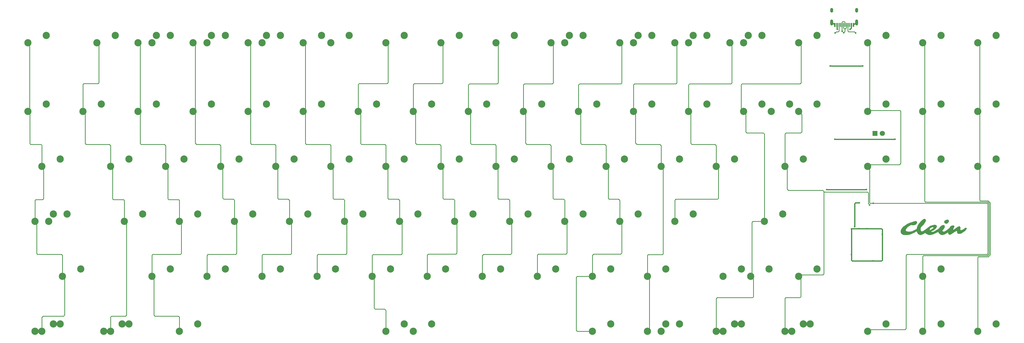
<source format=gbr>
%TF.GenerationSoftware,KiCad,Pcbnew,9.0.5*%
%TF.CreationDate,2025-11-02T19:53:54+09:00*%
%TF.ProjectId,Galatea_Old_Type_6u,47616c61-7465-4615-9f4f-6c645f547970,rev?*%
%TF.SameCoordinates,Original*%
%TF.FileFunction,Copper,L1,Top*%
%TF.FilePolarity,Positive*%
%FSLAX46Y46*%
G04 Gerber Fmt 4.6, Leading zero omitted, Abs format (unit mm)*
G04 Created by KiCad (PCBNEW 9.0.5) date 2025-11-02 19:53:54*
%MOMM*%
%LPD*%
G01*
G04 APERTURE LIST*
%TA.AperFunction,EtchedComponent*%
%ADD10C,0.000000*%
%TD*%
%TA.AperFunction,ComponentPad*%
%ADD11C,2.500000*%
%TD*%
%TA.AperFunction,SMDPad,CuDef*%
%ADD12R,0.600000X1.450000*%
%TD*%
%TA.AperFunction,SMDPad,CuDef*%
%ADD13R,0.300000X1.450000*%
%TD*%
%TA.AperFunction,ComponentPad*%
%ADD14O,1.000000X2.100000*%
%TD*%
%TA.AperFunction,ComponentPad*%
%ADD15O,1.000000X1.600000*%
%TD*%
%TA.AperFunction,ComponentPad*%
%ADD16R,1.800000X1.800000*%
%TD*%
%TA.AperFunction,ComponentPad*%
%ADD17C,1.800000*%
%TD*%
%TA.AperFunction,ViaPad*%
%ADD18C,0.600000*%
%TD*%
%TA.AperFunction,Conductor*%
%ADD19C,0.381000*%
%TD*%
%TA.AperFunction,Conductor*%
%ADD20C,0.254000*%
%TD*%
G04 APERTURE END LIST*
D10*
%TA.AperFunction,EtchedComponent*%
%TO.C,G\u002A\u002A\u002A*%
G36*
X362144111Y-150087421D02*
G01*
X362214138Y-150101272D01*
X362301148Y-150143587D01*
X362383616Y-150214874D01*
X362448991Y-150302176D01*
X362481111Y-150376889D01*
X362492850Y-150494632D01*
X362473060Y-150629062D01*
X362425720Y-150773167D01*
X362354805Y-150919934D01*
X362264295Y-151062349D01*
X362158165Y-151193400D01*
X362040393Y-151306074D01*
X361914956Y-151393357D01*
X361899973Y-151401581D01*
X361753188Y-151458500D01*
X361593302Y-151483903D01*
X361433939Y-151476755D01*
X361314014Y-151446177D01*
X361147015Y-151366100D01*
X361016105Y-151263418D01*
X360921411Y-151138285D01*
X360863065Y-150990856D01*
X360844586Y-150882028D01*
X360849477Y-150737824D01*
X360892902Y-150606863D01*
X360975639Y-150488077D01*
X361098468Y-150380400D01*
X361262165Y-150282763D01*
X361292218Y-150267994D01*
X361470745Y-150193264D01*
X361653777Y-150136290D01*
X361832735Y-150098624D01*
X361999039Y-150081817D01*
X362144111Y-150087421D01*
G37*
%TD.AperFunction*%
%TA.AperFunction,EtchedComponent*%
G36*
X354157530Y-149813892D02*
G01*
X354265724Y-149862035D01*
X354352894Y-149923552D01*
X354437265Y-150014958D01*
X354490394Y-150112661D01*
X354513757Y-150223672D01*
X354508829Y-150355007D01*
X354477084Y-150513677D01*
X354477047Y-150513820D01*
X354406126Y-150728603D01*
X354299952Y-150959483D01*
X354160852Y-151202306D01*
X353991153Y-151452917D01*
X353842956Y-151646271D01*
X353767005Y-151735656D01*
X353669688Y-151842769D01*
X353557659Y-151960962D01*
X353437571Y-152083590D01*
X353316077Y-152204005D01*
X353199831Y-152315561D01*
X353095485Y-152411611D01*
X353009693Y-152485509D01*
X352977638Y-152510725D01*
X352893092Y-152590740D01*
X352829640Y-152692883D01*
X352821593Y-152710084D01*
X352767283Y-152856479D01*
X352725929Y-153022140D01*
X352698345Y-153197098D01*
X352685347Y-153371383D01*
X352687748Y-153535027D01*
X352706365Y-153678058D01*
X352734666Y-153773860D01*
X352806122Y-153912672D01*
X352893532Y-154025232D01*
X352990867Y-154104079D01*
X353010128Y-154114707D01*
X353089375Y-154143767D01*
X353176174Y-154151722D01*
X353274438Y-154137242D01*
X353388085Y-154098997D01*
X353521030Y-154035656D01*
X353677188Y-153945889D01*
X353860477Y-153828367D01*
X353868230Y-153823202D01*
X354001872Y-153731222D01*
X354157267Y-153619624D01*
X354256034Y-153546568D01*
X355864138Y-153546568D01*
X355865663Y-153623109D01*
X355869677Y-153681517D01*
X355875338Y-153709974D01*
X355875823Y-153710589D01*
X355899262Y-153706024D01*
X355954266Y-153682157D01*
X356035810Y-153641670D01*
X356138865Y-153587245D01*
X356258405Y-153521564D01*
X356389402Y-153447310D01*
X356526829Y-153367165D01*
X356589990Y-153329556D01*
X356760316Y-153225552D01*
X356894915Y-153138004D01*
X356996019Y-153063834D01*
X357065858Y-152999963D01*
X357106665Y-152943312D01*
X357120668Y-152890802D01*
X357110100Y-152839355D01*
X357077190Y-152785890D01*
X357025428Y-152728586D01*
X356983753Y-152689056D01*
X356949163Y-152667859D01*
X356906914Y-152660687D01*
X356842259Y-152663230D01*
X356810298Y-152665723D01*
X356661448Y-152695413D01*
X356503677Y-152757641D01*
X356345972Y-152846194D01*
X356197318Y-152954856D01*
X356066702Y-153077414D01*
X355963110Y-153207654D01*
X355920574Y-153280980D01*
X355886943Y-153359757D01*
X355869624Y-153436325D01*
X355864200Y-153531479D01*
X355864138Y-153546568D01*
X354256034Y-153546568D01*
X354325072Y-153495502D01*
X354495942Y-153365951D01*
X354660533Y-153238065D01*
X354809503Y-153118939D01*
X354933507Y-153015668D01*
X354946323Y-153004629D01*
X355269754Y-152749126D01*
X355619066Y-152518244D01*
X355987361Y-152315436D01*
X356367739Y-152144154D01*
X356753299Y-152007852D01*
X357131323Y-151911171D01*
X357328108Y-151880829D01*
X357520976Y-151869908D01*
X357700950Y-151878066D01*
X357859050Y-151904958D01*
X357971857Y-151943344D01*
X358094609Y-152015284D01*
X358198087Y-152106957D01*
X358273164Y-152209330D01*
X358299088Y-152267058D01*
X358329710Y-152415747D01*
X358320655Y-152568467D01*
X358271603Y-152725671D01*
X358182232Y-152887811D01*
X358052221Y-153055340D01*
X357881251Y-153228710D01*
X357669000Y-153408374D01*
X357415148Y-153594783D01*
X357304894Y-153669347D01*
X357145885Y-153768944D01*
X356963883Y-153873568D01*
X356772657Y-153975894D01*
X356585974Y-154068596D01*
X356417603Y-154144349D01*
X356393345Y-154154381D01*
X356331600Y-154182768D01*
X356291697Y-154207423D01*
X356282369Y-154221545D01*
X356306768Y-154235864D01*
X356361121Y-154257432D01*
X356434301Y-154281890D01*
X356444372Y-154284980D01*
X356572360Y-154313623D01*
X356705438Y-154321674D01*
X356848346Y-154308065D01*
X357005822Y-154271726D01*
X357182607Y-154211587D01*
X357383440Y-154126580D01*
X357592747Y-154025878D01*
X357978456Y-153818051D01*
X358346260Y-153592220D01*
X358559265Y-153446710D01*
X358706897Y-153339464D01*
X358824548Y-153248788D01*
X358918532Y-153168780D01*
X358995163Y-153093537D01*
X359060755Y-153017158D01*
X359121623Y-152933739D01*
X359144217Y-152899898D01*
X359239818Y-152769211D01*
X359359624Y-152628691D01*
X359493564Y-152488567D01*
X359631566Y-152359068D01*
X359763557Y-152250422D01*
X359830656Y-152202790D01*
X359927206Y-152143586D01*
X360035150Y-152084191D01*
X360132501Y-152036648D01*
X360140152Y-152033292D01*
X360210734Y-152004131D01*
X360269785Y-151985032D01*
X360329982Y-151973884D01*
X360404005Y-151968575D01*
X360504531Y-151966994D01*
X360538592Y-151966931D01*
X360650291Y-151967937D01*
X360729790Y-151972050D01*
X360787546Y-151980746D01*
X360834018Y-151995500D01*
X360872750Y-152014062D01*
X360959540Y-152070676D01*
X361015723Y-152136861D01*
X361048678Y-152224171D01*
X361062704Y-152311534D01*
X361065433Y-152457175D01*
X361041385Y-152607109D01*
X360988823Y-152766176D01*
X360906012Y-152939216D01*
X360791217Y-153131070D01*
X360742576Y-153204422D01*
X360611535Y-153390374D01*
X360486929Y-153550575D01*
X360358103Y-153698394D01*
X360298239Y-153762019D01*
X360244038Y-153819497D01*
X360215070Y-153856824D01*
X360206952Y-153884590D01*
X360215298Y-153913387D01*
X360226386Y-153935569D01*
X360292597Y-154023352D01*
X360395091Y-154105552D01*
X360513918Y-154170822D01*
X360591873Y-154202095D01*
X360656457Y-154213787D01*
X360730017Y-154209694D01*
X360737181Y-154208769D01*
X360848545Y-154187117D01*
X360967500Y-154149801D01*
X361096980Y-154095082D01*
X361239920Y-154021220D01*
X361399255Y-153926478D01*
X361577920Y-153809116D01*
X361778850Y-153667397D01*
X362004979Y-153499580D01*
X362242631Y-153316880D01*
X362363240Y-153222284D01*
X362455342Y-153147932D01*
X362524540Y-153088403D01*
X362576440Y-153038276D01*
X362616646Y-152992131D01*
X362650762Y-152944547D01*
X362684394Y-152890103D01*
X362685094Y-152888918D01*
X362835708Y-152666370D01*
X363004965Y-152475888D01*
X363189918Y-152319846D01*
X363387621Y-152200622D01*
X363595127Y-152120590D01*
X363657625Y-152104849D01*
X363766854Y-152089258D01*
X363890151Y-152085272D01*
X364014062Y-152092061D01*
X364125137Y-152108794D01*
X364209921Y-152134641D01*
X364220188Y-152139588D01*
X364290588Y-152186085D01*
X364339825Y-152243699D01*
X364367473Y-152315464D01*
X364373104Y-152404416D01*
X364356293Y-152513591D01*
X364316612Y-152646026D01*
X364253634Y-152804755D01*
X364166933Y-152992815D01*
X364074162Y-153178196D01*
X364011542Y-153304359D01*
X363970817Y-153398813D01*
X363951402Y-153466143D01*
X363952713Y-153510930D01*
X363974165Y-153537758D01*
X364015175Y-153551210D01*
X364026396Y-153552786D01*
X364052141Y-153553862D01*
X364080032Y-153549140D01*
X364114238Y-153536026D01*
X364158924Y-153511927D01*
X364218256Y-153474248D01*
X364296403Y-153420395D01*
X364397530Y-153347775D01*
X364525804Y-153253792D01*
X364628622Y-153177869D01*
X364862058Y-153007252D01*
X365066665Y-152862365D01*
X365245954Y-152741071D01*
X365403438Y-152641233D01*
X365542625Y-152560716D01*
X365667029Y-152497383D01*
X365780159Y-152449097D01*
X365883264Y-152414377D01*
X366015151Y-152392054D01*
X366134245Y-152407302D01*
X366244674Y-152461642D01*
X366350569Y-152556597D01*
X366387813Y-152600314D01*
X366434835Y-152662931D01*
X366467694Y-152720674D01*
X366487813Y-152782122D01*
X366496611Y-152855855D01*
X366495511Y-152950452D01*
X366485933Y-153074491D01*
X366478602Y-153148366D01*
X366463322Y-153328504D01*
X366459525Y-153470957D01*
X366468352Y-153579459D01*
X366490944Y-153657742D01*
X366528443Y-153709539D01*
X366581991Y-153738582D01*
X366652727Y-153748606D01*
X366662149Y-153748708D01*
X366813598Y-153730332D01*
X366985388Y-153675572D01*
X367176458Y-153584983D01*
X367385748Y-153459120D01*
X367612198Y-153298535D01*
X367785062Y-153161899D01*
X367951489Y-153039014D01*
X368109889Y-152949679D01*
X368257334Y-152894988D01*
X368390898Y-152876034D01*
X368504693Y-152892919D01*
X368574800Y-152935639D01*
X368616302Y-153004859D01*
X368629793Y-153095936D01*
X368615864Y-153204226D01*
X368575109Y-153325086D01*
X368508119Y-153453873D01*
X368416412Y-153584781D01*
X368182152Y-153849044D01*
X367907675Y-154103313D01*
X367594558Y-154346281D01*
X367244379Y-154576643D01*
X367152776Y-154631206D01*
X366865619Y-154783358D01*
X366587515Y-154899430D01*
X366321075Y-154978517D01*
X366068909Y-155019716D01*
X366019786Y-155023367D01*
X365870731Y-155026837D01*
X365753686Y-155015989D01*
X365659667Y-154988424D01*
X365579691Y-154941737D01*
X365520695Y-154889917D01*
X365463546Y-154823106D01*
X365416729Y-154744349D01*
X365377584Y-154646552D01*
X365343451Y-154522624D01*
X365311668Y-154365471D01*
X365301178Y-154304726D01*
X365281747Y-154200185D01*
X365261337Y-154110045D01*
X365242263Y-154043446D01*
X365226840Y-154009529D01*
X365226240Y-154008889D01*
X365203477Y-153993148D01*
X365171780Y-153990945D01*
X365119094Y-154002871D01*
X365074822Y-154016287D01*
X365020361Y-154035483D01*
X364959768Y-154061364D01*
X364889719Y-154095910D01*
X364806889Y-154141105D01*
X364707955Y-154198929D01*
X364589591Y-154271366D01*
X364448474Y-154360397D01*
X364281278Y-154468003D01*
X364084680Y-154596168D01*
X363912598Y-154709171D01*
X363701451Y-154847497D01*
X363521989Y-154963402D01*
X363370786Y-155058747D01*
X363244415Y-155135394D01*
X363139452Y-155195204D01*
X363052470Y-155240037D01*
X362980044Y-155271756D01*
X362918746Y-155292219D01*
X362865153Y-155303290D01*
X362815837Y-155306829D01*
X362812387Y-155306842D01*
X362690176Y-155288188D01*
X362562910Y-155237075D01*
X362441282Y-155160722D01*
X362335986Y-155066350D01*
X362257713Y-154961177D01*
X362236493Y-154918007D01*
X362215492Y-154835489D01*
X362204794Y-154715577D01*
X362203466Y-154644085D01*
X362201852Y-154559927D01*
X362197524Y-154495731D01*
X362191251Y-154460505D01*
X362187457Y-154456635D01*
X362165070Y-154471520D01*
X362115785Y-154506875D01*
X362046791Y-154557473D01*
X361965280Y-154618087D01*
X361962038Y-154620513D01*
X361660982Y-154833773D01*
X361370936Y-155014934D01*
X361093820Y-155163100D01*
X360831552Y-155277379D01*
X360586053Y-155356876D01*
X360359243Y-155400695D01*
X360271785Y-155408157D01*
X360113628Y-155409521D01*
X359972936Y-155394123D01*
X359835597Y-155358833D01*
X359687499Y-155300519D01*
X359599432Y-155259017D01*
X359446535Y-155167885D01*
X359295168Y-155048545D01*
X359152526Y-154909052D01*
X359025804Y-154757458D01*
X358922197Y-154601819D01*
X358848899Y-154450188D01*
X358831785Y-154399716D01*
X358813709Y-154339227D01*
X358800039Y-154294186D01*
X358797773Y-154286909D01*
X358776574Y-154284002D01*
X358724194Y-154309270D01*
X358641246Y-154362405D01*
X358623302Y-154374777D01*
X358313252Y-154576622D01*
X357986041Y-154764193D01*
X357651430Y-154932667D01*
X357319177Y-155077222D01*
X356999041Y-155193038D01*
X356913654Y-155219437D01*
X356698203Y-155279602D01*
X356506961Y-155323593D01*
X356325567Y-155353533D01*
X356139661Y-155371542D01*
X355934883Y-155379744D01*
X355821449Y-155380829D01*
X355675673Y-155380553D01*
X355563818Y-155378607D01*
X355477128Y-155374242D01*
X355406844Y-155366708D01*
X355344210Y-155355255D01*
X355280468Y-155339135D01*
X355257274Y-155332541D01*
X355071830Y-155266658D01*
X354892514Y-155180122D01*
X354726450Y-155077903D01*
X354580756Y-154964971D01*
X354462556Y-154846296D01*
X354378969Y-154726848D01*
X354372920Y-154715311D01*
X354327242Y-154625360D01*
X354126071Y-154771067D01*
X353822400Y-154974150D01*
X353528022Y-155136500D01*
X353241547Y-155258718D01*
X352961585Y-155341400D01*
X352703569Y-155383564D01*
X352491215Y-155384220D01*
X352289032Y-155344888D01*
X352099326Y-155267538D01*
X351924402Y-155154141D01*
X351766564Y-155006666D01*
X351628118Y-154827084D01*
X351511369Y-154617366D01*
X351418622Y-154379481D01*
X351383051Y-154254869D01*
X351361961Y-154180870D01*
X351342063Y-154126426D01*
X351327183Y-154101752D01*
X351325514Y-154101249D01*
X351300900Y-154112432D01*
X351249267Y-154142299D01*
X351179085Y-154185806D01*
X351125650Y-154220242D01*
X350979933Y-154314239D01*
X350847553Y-154396366D01*
X350718662Y-154472204D01*
X350583412Y-154547334D01*
X350431955Y-154627336D01*
X350254444Y-154717790D01*
X350194851Y-154747692D01*
X349826556Y-154924092D01*
X349482096Y-155072069D01*
X349155371Y-155193636D01*
X348840284Y-155290808D01*
X348530735Y-155365598D01*
X348220627Y-155420019D01*
X348116631Y-155433913D01*
X347998558Y-155444324D01*
X347852621Y-155450809D01*
X347690143Y-155453468D01*
X347522446Y-155452400D01*
X347360853Y-155447705D01*
X347216685Y-155439482D01*
X347101266Y-155427830D01*
X347080861Y-155424817D01*
X346893353Y-155390209D01*
X346733416Y-155349145D01*
X346585972Y-155297070D01*
X346438309Y-155230588D01*
X346230903Y-155110333D01*
X346062123Y-154972070D01*
X345931725Y-154815440D01*
X345839465Y-154640082D01*
X345785096Y-154445634D01*
X345768321Y-154242720D01*
X345789617Y-153994275D01*
X345852420Y-153743320D01*
X345955702Y-153490974D01*
X346098436Y-153238355D01*
X346279595Y-152986583D01*
X346498149Y-152736777D01*
X346753073Y-152490054D01*
X347043338Y-152247535D01*
X347367917Y-152010338D01*
X347725781Y-151779582D01*
X348115905Y-151556386D01*
X348345927Y-151436205D01*
X348602386Y-151311870D01*
X348865955Y-151194219D01*
X349133121Y-151084195D01*
X349400370Y-150982740D01*
X349664190Y-150890797D01*
X349921067Y-150809308D01*
X350167488Y-150739217D01*
X350399940Y-150681467D01*
X350614909Y-150636999D01*
X350808882Y-150606757D01*
X350978346Y-150591683D01*
X351119787Y-150592720D01*
X351229693Y-150610811D01*
X351300139Y-150643480D01*
X351392792Y-150736931D01*
X351448571Y-150851775D01*
X351467163Y-150986961D01*
X351446759Y-151176254D01*
X351387580Y-151354123D01*
X351292675Y-151517695D01*
X351165091Y-151664097D01*
X351007877Y-151790456D01*
X350824081Y-151893902D01*
X350616753Y-151971560D01*
X350388939Y-152020559D01*
X350367097Y-152023521D01*
X350250254Y-152032069D01*
X350109081Y-152032425D01*
X349956779Y-152025491D01*
X349806553Y-152012169D01*
X349671605Y-151993363D01*
X349565138Y-151969974D01*
X349559564Y-151968331D01*
X349511361Y-151954761D01*
X349472782Y-151949488D01*
X349432876Y-151954507D01*
X349380690Y-151971812D01*
X349305275Y-152003399D01*
X349261089Y-152022695D01*
X348952909Y-152171611D01*
X348664590Y-152338857D01*
X348399787Y-152521374D01*
X348162152Y-152716101D01*
X347955340Y-152919978D01*
X347783005Y-153129945D01*
X347648799Y-153342942D01*
X347622076Y-153395394D01*
X347560826Y-153550159D01*
X347537005Y-153686913D01*
X347550762Y-153808437D01*
X347602245Y-153917513D01*
X347653136Y-153980068D01*
X347756247Y-154065103D01*
X347887952Y-154132690D01*
X348051379Y-154183861D01*
X348249655Y-154219646D01*
X348436053Y-154237928D01*
X348656038Y-154245795D01*
X348873809Y-154237668D01*
X349093607Y-154212343D01*
X349319675Y-154168614D01*
X349556253Y-154105277D01*
X349807583Y-154021125D01*
X350077905Y-153914955D01*
X350371462Y-153785559D01*
X350692494Y-153631734D01*
X350853508Y-153550943D01*
X350999936Y-153476143D01*
X351112389Y-153417472D01*
X351195213Y-153372246D01*
X351252750Y-153337782D01*
X351289348Y-153311395D01*
X351309350Y-153290402D01*
X351317102Y-153272119D01*
X351317751Y-153264190D01*
X351326937Y-153162979D01*
X351352788Y-153031855D01*
X351392749Y-152879020D01*
X351444262Y-152712677D01*
X351504771Y-152541029D01*
X351571720Y-152372278D01*
X351642551Y-152214627D01*
X351649102Y-152201114D01*
X351795013Y-151927672D01*
X351968562Y-151645622D01*
X352164209Y-151361835D01*
X352376414Y-151083184D01*
X352599637Y-150816539D01*
X352828338Y-150568773D01*
X353056977Y-150346756D01*
X353280013Y-150157360D01*
X353324138Y-150123490D01*
X353422403Y-150054894D01*
X353535222Y-149984721D01*
X353653038Y-149918086D01*
X353766297Y-149860101D01*
X353865440Y-149815880D01*
X353940913Y-149790534D01*
X353950089Y-149788584D01*
X354047285Y-149787722D01*
X354157530Y-149813892D01*
G37*
%TD.AperFunction*%
%TD*%
D11*
%TO.P,S39,1,1*%
%TO.N,COL3*%
X110490000Y-131603750D03*
%TO.P,S39,2,2*%
%TO.N,Net-(D39-A)*%
X116840000Y-129063750D03*
%TD*%
%TO.P,S68,1,1*%
%TO.N,COL3*%
X105727500Y-169703750D03*
%TO.P,S68,2,2*%
%TO.N,Net-(D68-A)*%
X112077500Y-167163750D03*
%TD*%
%TO.P,S71,1,1*%
%TO.N,COL6*%
X162877500Y-169703750D03*
%TO.P,S71,2,2*%
%TO.N,Net-(D71-A)*%
X169227500Y-167163750D03*
%TD*%
%TO.P,S75,1,1*%
%TO.N,COL10*%
X239077500Y-169703750D03*
%TO.P,S75,2,2*%
%TO.N,Net-(D75-A)*%
X245427500Y-167163750D03*
%TD*%
%TO.P,S13.5,1,1*%
%TO.N,COL12*%
X291465000Y-88741250D03*
%TO.P,S13.5,2,2*%
%TO.N,Net-(D13-A)*%
X297815000Y-86201250D03*
%TD*%
%TO.P,S60,1,1*%
%TO.N,COL7*%
X191452500Y-150653750D03*
%TO.P,S60,2,2*%
%TO.N,Net-(D60-A)*%
X197802500Y-148113750D03*
%TD*%
%TO.P,S36,1,1*%
%TO.N,COL0*%
X48577500Y-131603750D03*
%TO.P,S36,2,2*%
%TO.N,Net-(D36-A)*%
X54927500Y-129063750D03*
%TD*%
%TO.P,S62,1,1*%
%TO.N,COL9*%
X229552500Y-150653750D03*
%TO.P,S62,2,2*%
%TO.N,Net-(D62-A)*%
X235902500Y-148113750D03*
%TD*%
%TO.P,S29,1,1*%
%TO.N,COL11*%
X253365000Y-112553750D03*
%TO.P,S29,2,2*%
%TO.N,Net-(D29-A)*%
X259715000Y-110013750D03*
%TD*%
%TO.P,S13,1,1*%
%TO.N,COL12*%
X286702500Y-88741250D03*
%TO.P,S13,2,2*%
%TO.N,Net-(D13-A)*%
X293052500Y-86201250D03*
%TD*%
%TO.P,S2,1,1*%
%TO.N,COL1*%
X67627500Y-88741250D03*
%TO.P,S2,2,2*%
%TO.N,Net-(D2-A)*%
X73977500Y-86201250D03*
%TD*%
%TO.P,S33,1,1*%
%TO.N,COL15*%
X334327500Y-112553750D03*
%TO.P,S33,2,2*%
%TO.N,Net-(D33-A)*%
X340677500Y-110013750D03*
%TD*%
%TO.P,S8,1,1*%
%TO.N,COL7*%
X186690000Y-88741250D03*
%TO.P,S8,2,2*%
%TO.N,Net-(D8-A)*%
X193040000Y-86201250D03*
%TD*%
%TO.P,S28,1,1*%
%TO.N,COL10*%
X234315000Y-112553750D03*
%TO.P,S28,2,2*%
%TO.N,Net-(D28-A)*%
X240665000Y-110013750D03*
%TD*%
%TO.P,S76,1,1*%
%TO.N,COL11*%
X258127500Y-169703750D03*
%TO.P,S76,2,2*%
%TO.N,Net-(D76-A)*%
X264477500Y-167163750D03*
%TD*%
%TO.P,S15,1,1*%
%TO.N,COL15*%
X334327500Y-88741250D03*
%TO.P,S15,2,2*%
%TO.N,Net-(D15-A)*%
X340677500Y-86201250D03*
%TD*%
%TO.P,S19,1,1*%
%TO.N,COL1*%
X62865000Y-112553750D03*
%TO.P,S19,2,2*%
%TO.N,Net-(D19-A)*%
X69215000Y-110013750D03*
%TD*%
%TO.P,S7,1,1*%
%TO.N,COL6*%
X167640000Y-88741250D03*
%TO.P,S7,2,2*%
%TO.N,Net-(D7-A)*%
X173990000Y-86201250D03*
%TD*%
%TO.P,S83.5,1,1*%
%TO.N,COL6*%
X177165000Y-188753750D03*
%TO.P,S83.5,2,2*%
%TO.N,Net-(D83-A)*%
X183515000Y-186213750D03*
%TD*%
%TO.P,S58,1,1*%
%TO.N,COL5*%
X153352500Y-150653750D03*
%TO.P,S58,2,2*%
%TO.N,Net-(D58-A)*%
X159702500Y-148113750D03*
%TD*%
%TO.P,S18,1,1*%
%TO.N,COL0*%
X43815000Y-112553750D03*
%TO.P,S18,2,2*%
%TO.N,Net-(D18-A)*%
X50165000Y-110013750D03*
%TD*%
%TO.P,S48,1,1*%
%TO.N,COL12*%
X281940000Y-131603750D03*
%TO.P,S48,2,2*%
%TO.N,Net-(D48-A)*%
X288290000Y-129063750D03*
%TD*%
%TO.P,S88,1,1*%
%TO.N,COL15*%
X334327500Y-188753750D03*
%TO.P,S88,2,2*%
%TO.N,Net-(D88-A)*%
X340677500Y-186213750D03*
%TD*%
%TO.P,S10,1,1*%
%TO.N,COL9*%
X224790000Y-88741250D03*
%TO.P,S10,2,2*%
%TO.N,Net-(D10-A)*%
X231140000Y-86201250D03*
%TD*%
%TO.P,S79,1,1*%
%TO.N,COL16*%
X353377500Y-169703750D03*
%TO.P,S79,2,2*%
%TO.N,Net-(D79-A)*%
X359727500Y-167163750D03*
%TD*%
%TO.P,S6,1,1*%
%TO.N,COL5*%
X139065000Y-88741250D03*
%TO.P,S6,2,2*%
%TO.N,Net-(D6-A)*%
X145415000Y-86201250D03*
%TD*%
%TO.P,S81,1,1*%
%TO.N,COL1*%
X72390000Y-188753750D03*
%TO.P,S81,2,2*%
%TO.N,Net-(D81-A)*%
X78740000Y-186213750D03*
%TD*%
%TO.P,S9,1,1*%
%TO.N,COL8*%
X205740000Y-88741250D03*
%TO.P,S9,2,2*%
%TO.N,Net-(D9-A)*%
X212090000Y-86201250D03*
%TD*%
%TO.P,S59,1,1*%
%TO.N,COL6*%
X172402500Y-150653750D03*
%TO.P,S59,2,2*%
%TO.N,Net-(D59-A)*%
X178752500Y-148113750D03*
%TD*%
%TO.P,S26,1,1*%
%TO.N,COL8*%
X196215000Y-112553750D03*
%TO.P,S26,2,2*%
%TO.N,Net-(D26-A)*%
X202565000Y-110013750D03*
%TD*%
%TO.P,S77,1,1*%
%TO.N,COL13*%
X284321250Y-169703750D03*
%TO.P,S77,2,2*%
%TO.N,Net-(D77-A)*%
X290671250Y-167163750D03*
%TD*%
%TO.P,S46,1,1*%
%TO.N,COL10*%
X243840000Y-131603750D03*
%TO.P,S46,2,2*%
%TO.N,Net-(D46-A)*%
X250190000Y-129063750D03*
%TD*%
%TO.P,S6.5,1,1*%
%TO.N,COL5*%
X148590000Y-88741250D03*
%TO.P,S6.5,2,2*%
%TO.N,Net-(D6-A)*%
X154940000Y-86201250D03*
%TD*%
%TO.P,S87,1,1*%
%TO.N,COL14*%
X305752500Y-188753750D03*
%TO.P,S87,2,2*%
%TO.N,Net-(D87-A)*%
X312102500Y-186213750D03*
%TD*%
%TO.P,S11,1,1*%
%TO.N,COL10*%
X248602500Y-88741250D03*
%TO.P,S11,2,2*%
%TO.N,Net-(D11-A)*%
X254952500Y-86201250D03*
%TD*%
%TO.P,S72,1,1*%
%TO.N,COL7*%
X181927500Y-169703750D03*
%TO.P,S72,2,2*%
%TO.N,Net-(D72-A)*%
X188277500Y-167163750D03*
%TD*%
%TO.P,S86,1,1*%
%TO.N,COL13*%
X281940000Y-188753750D03*
%TO.P,S86,2,2*%
%TO.N,Net-(D86-A)*%
X288290000Y-186213750D03*
%TD*%
%TO.P,S54,1,1*%
%TO.N,COL1*%
X77152500Y-150653750D03*
%TO.P,S54,2,2*%
%TO.N,Net-(D54-A)*%
X83502500Y-148113750D03*
%TD*%
%TO.P,S27,1,1*%
%TO.N,COL9*%
X215265000Y-112553750D03*
%TO.P,S27,2,2*%
%TO.N,Net-(D27-A)*%
X221615000Y-110013750D03*
%TD*%
%TO.P,S90,1,1*%
%TO.N,COL17*%
X372427500Y-188753750D03*
%TO.P,S90,2,2*%
%TO.N,Net-(D90-A)*%
X378777500Y-186213750D03*
%TD*%
%TO.P,S86.5,1,1*%
%TO.N,COL13*%
X284321250Y-188753750D03*
%TO.P,S86.5,2,2*%
%TO.N,Net-(D86-A)*%
X290671250Y-186213750D03*
%TD*%
D12*
%TO.P,USB1,1,GND*%
%TO.N,GND*%
X329455000Y-82635000D03*
%TO.P,USB1,2,VBUS*%
%TO.N,VCC*%
X328680000Y-82635000D03*
D13*
%TO.P,USB1,3,SBU2*%
%TO.N,unconnected-(USB1-SBU2-Pad3)*%
X327980000Y-82635000D03*
%TO.P,USB1,4,CC1*%
%TO.N,Net-(USB1-CC1)*%
X327480000Y-82635000D03*
%TO.P,USB1,5,DN2*%
%TO.N,Net-(U2-IO2)*%
X326980000Y-82635000D03*
%TO.P,USB1,6,DP1*%
%TO.N,Net-(U2-IO1)*%
X326480000Y-82635000D03*
%TO.P,USB1,7,DN1*%
%TO.N,Net-(U2-IO2)*%
X325980000Y-82635000D03*
%TO.P,USB1,8,DP2*%
%TO.N,Net-(U2-IO1)*%
X325480000Y-82635000D03*
%TO.P,USB1,9,SBU1*%
%TO.N,unconnected-(USB1-SBU1-Pad9)*%
X324980000Y-82635000D03*
%TO.P,USB1,10,CC2*%
%TO.N,Net-(USB1-CC2)*%
X324480000Y-82635000D03*
D12*
%TO.P,USB1,11,VBUS*%
%TO.N,VCC*%
X323780000Y-82635000D03*
%TO.P,USB1,12,GND*%
%TO.N,GND*%
X323005000Y-82635000D03*
D14*
%TO.P,USB1,13,SHIELD*%
X330550000Y-81720000D03*
D15*
X330550000Y-77540000D03*
D14*
X321910000Y-81720000D03*
D15*
X321910000Y-77540000D03*
%TD*%
D11*
%TO.P,S40,1,1*%
%TO.N,COL4*%
X129540000Y-131603750D03*
%TO.P,S40,2,2*%
%TO.N,Net-(D40-A)*%
X135890000Y-129063750D03*
%TD*%
%TO.P,S31,1,1*%
%TO.N,COL13*%
X291465000Y-112553750D03*
%TO.P,S31,2,2*%
%TO.N,Net-(D31-A)*%
X297815000Y-110013750D03*
%TD*%
%TO.P,S20,1,1*%
%TO.N,COL2*%
X81915000Y-112553750D03*
%TO.P,S20,2,2*%
%TO.N,Net-(D20-A)*%
X88265000Y-110013750D03*
%TD*%
%TO.P,S84,1,1*%
%TO.N,COL10*%
X239077500Y-188753750D03*
%TO.P,S84,2,2*%
%TO.N,Net-(D84-A)*%
X245427500Y-186213750D03*
%TD*%
%TO.P,S89,1,1*%
%TO.N,COL16*%
X353377500Y-188753750D03*
%TO.P,S89,2,2*%
%TO.N,Net-(D89-A)*%
X359727500Y-186213750D03*
%TD*%
%TO.P,S45,1,1*%
%TO.N,COL9*%
X224790000Y-131603750D03*
%TO.P,S45,2,2*%
%TO.N,Net-(D45-A)*%
X231140000Y-129063750D03*
%TD*%
%TO.P,S5.5,1,1*%
%TO.N,COL4*%
X124777500Y-88741250D03*
%TO.P,S5.5,2,2*%
%TO.N,Net-(D5-A)*%
X131127500Y-86201250D03*
%TD*%
%TO.P,S12.5,1,1*%
%TO.N,COL11*%
X272415000Y-88741250D03*
%TO.P,S12.5,2,2*%
%TO.N,Net-(D12-A)*%
X278765000Y-86201250D03*
%TD*%
%TO.P,S85.5,1,1*%
%TO.N,COL11*%
X262890000Y-188753750D03*
%TO.P,S85.5,2,2*%
%TO.N,Net-(D85-A)*%
X269240000Y-186213750D03*
%TD*%
%TO.P,S85,1,1*%
%TO.N,COL11*%
X258127500Y-188753750D03*
%TO.P,S85,2,2*%
%TO.N,Net-(D85-A)*%
X264477500Y-186213750D03*
%TD*%
%TO.P,S51,1,1*%
%TO.N,COL16*%
X353377500Y-131603750D03*
%TO.P,S51,2,2*%
%TO.N,Net-(D51-A)*%
X359727500Y-129063750D03*
%TD*%
%TO.P,S10.5,1,1*%
%TO.N,COL9*%
X229552500Y-88741250D03*
%TO.P,S10.5,2,2*%
%TO.N,Net-(D10-A)*%
X235902500Y-86201250D03*
%TD*%
%TO.P,S21,1,1*%
%TO.N,COL3*%
X100965000Y-112553750D03*
%TO.P,S21,2,2*%
%TO.N,Net-(D21-A)*%
X107315000Y-110013750D03*
%TD*%
%TO.P,S69,1,1*%
%TO.N,COL4*%
X124777500Y-169703750D03*
%TO.P,S69,2,2*%
%TO.N,Net-(D69-A)*%
X131127500Y-167163750D03*
%TD*%
%TO.P,S66,1,1*%
%TO.N,COL0*%
X55721250Y-169703750D03*
%TO.P,S66,2,2*%
%TO.N,Net-(D66-A)*%
X62071250Y-167163750D03*
%TD*%
%TO.P,S12,1,1*%
%TO.N,COL11*%
X267652500Y-88741250D03*
%TO.P,S12,2,2*%
%TO.N,Net-(D12-A)*%
X274002500Y-86201250D03*
%TD*%
%TO.P,S53,1,1*%
%TO.N,COL0*%
X50958750Y-150653750D03*
%TO.P,S53,2,2*%
%TO.N,Net-(D53-A)*%
X57308750Y-148113750D03*
%TD*%
%TO.P,S83,1,1*%
%TO.N,COL6*%
X167640000Y-188753750D03*
%TO.P,S83,2,2*%
%TO.N,Net-(D83-A)*%
X173990000Y-186213750D03*
%TD*%
%TO.P,S38,1,1*%
%TO.N,COL2*%
X91440000Y-131603750D03*
%TO.P,S38,2,2*%
%TO.N,Net-(D38-A)*%
X97790000Y-129063750D03*
%TD*%
%TO.P,S30,1,1*%
%TO.N,COL12*%
X272415000Y-112553750D03*
%TO.P,S30,2,2*%
%TO.N,Net-(D30-A)*%
X278765000Y-110013750D03*
%TD*%
%TO.P,S67,1,1*%
%TO.N,COL2*%
X86677500Y-169703750D03*
%TO.P,S67,2,2*%
%TO.N,Net-(D67-A)*%
X93027500Y-167163750D03*
%TD*%
%TO.P,S1,1,1*%
%TO.N,COL0*%
X43815000Y-88741250D03*
%TO.P,S1,2,2*%
%TO.N,Net-(D1-A)*%
X50165000Y-86201250D03*
%TD*%
%TO.P,S24,1,1*%
%TO.N,COL6*%
X158115000Y-112553750D03*
%TO.P,S24,2,2*%
%TO.N,Net-(D24-A)*%
X164465000Y-110013750D03*
%TD*%
%TO.P,S63,1,1*%
%TO.N,COL10*%
X248602500Y-150653750D03*
%TO.P,S63,2,2*%
%TO.N,Net-(D63-A)*%
X254952500Y-148113750D03*
%TD*%
%TO.P,S22,1,1*%
%TO.N,COL4*%
X120015000Y-112553750D03*
%TO.P,S22,2,2*%
%TO.N,Net-(D22-A)*%
X126365000Y-110013750D03*
%TD*%
%TO.P,S65,1,1*%
%TO.N,COL13*%
X298608750Y-150653750D03*
%TO.P,S65,2,2*%
%TO.N,Net-(D65-A)*%
X304958750Y-148113750D03*
%TD*%
%TO.P,S25,1,1*%
%TO.N,COL7*%
X177165000Y-112553750D03*
%TO.P,S25,2,2*%
%TO.N,Net-(D25-A)*%
X183515000Y-110013750D03*
%TD*%
%TO.P,S4,1,1*%
%TO.N,COL3*%
X100965000Y-88741250D03*
%TO.P,S4,2,2*%
%TO.N,Net-(D4-A)*%
X107315000Y-86201250D03*
%TD*%
%TO.P,S16,1,1*%
%TO.N,COL16*%
X353377500Y-88741250D03*
%TO.P,S16,2,2*%
%TO.N,Net-(D16-A)*%
X359727500Y-86201250D03*
%TD*%
%TO.P,S37,1,1*%
%TO.N,COL1*%
X72390000Y-131603750D03*
%TO.P,S37,2,2*%
%TO.N,Net-(D37-A)*%
X78740000Y-129063750D03*
%TD*%
%TO.P,S49,1,1*%
%TO.N,COL14*%
X305752500Y-131603750D03*
%TO.P,S49,2,2*%
%TO.N,Net-(D49-A)*%
X312102500Y-129063750D03*
%TD*%
%TO.P,S42,1,1*%
%TO.N,COL6*%
X167640000Y-131603750D03*
%TO.P,S42,2,2*%
%TO.N,Net-(D42-A)*%
X173990000Y-129063750D03*
%TD*%
%TO.P,S82,1,1*%
%TO.N,COL2*%
X96202500Y-188753750D03*
%TO.P,S82,2,2*%
%TO.N,Net-(D82-A)*%
X102552500Y-186213750D03*
%TD*%
%TO.P,S56,1,1*%
%TO.N,COL3*%
X115252500Y-150653750D03*
%TO.P,S56,2,2*%
%TO.N,Net-(D56-A)*%
X121602500Y-148113750D03*
%TD*%
%TO.P,S34,1,1*%
%TO.N,COL16*%
X353377500Y-112553750D03*
%TO.P,S34,2,2*%
%TO.N,Net-(D34-A)*%
X359727500Y-110013750D03*
%TD*%
%TO.P,S81.5,1,1*%
%TO.N,COL1*%
X70008750Y-188753750D03*
%TO.P,S81.5,2,2*%
%TO.N,Net-(D81-A)*%
X76358750Y-186213750D03*
%TD*%
%TO.P,S3.5,1,1*%
%TO.N,COL2*%
X86677500Y-88741250D03*
%TO.P,S3.5,2,2*%
%TO.N,Net-(D3-A)*%
X93027500Y-86201250D03*
%TD*%
%TO.P,S32,1,1*%
%TO.N,COL14*%
X300990000Y-112553750D03*
%TO.P,S32,2,2*%
%TO.N,Net-(D32-A)*%
X307340000Y-110013750D03*
%TD*%
%TO.P,S32.5,1,1*%
%TO.N,COL14*%
X310515000Y-112553750D03*
%TO.P,S32.5,2,2*%
%TO.N,Net-(D32-A)*%
X316865000Y-110013750D03*
%TD*%
%TO.P,S74,1,1*%
%TO.N,COL9*%
X220027500Y-169703750D03*
%TO.P,S74,2,2*%
%TO.N,Net-(D74-A)*%
X226377500Y-167163750D03*
%TD*%
%TO.P,S17,1,1*%
%TO.N,COL17*%
X372427500Y-88741250D03*
%TO.P,S17,2,2*%
%TO.N,Net-(D17-A)*%
X378777500Y-86201250D03*
%TD*%
%TO.P,S3,1,1*%
%TO.N,COL2*%
X81915000Y-88741250D03*
%TO.P,S3,2,2*%
%TO.N,Net-(D3-A)*%
X88265000Y-86201250D03*
%TD*%
%TO.P,S44,1,1*%
%TO.N,COL8*%
X205740000Y-131603750D03*
%TO.P,S44,2,2*%
%TO.N,Net-(D44-A)*%
X212090000Y-129063750D03*
%TD*%
%TO.P,S80.5,1,1*%
%TO.N,COL0*%
X46196250Y-188753750D03*
%TO.P,S80.5,2,2*%
%TO.N,Net-(D80-A)*%
X52546250Y-186213750D03*
%TD*%
%TO.P,S70,1,1*%
%TO.N,COL5*%
X143827500Y-169703750D03*
%TO.P,S70,2,2*%
%TO.N,Net-(D70-A)*%
X150177500Y-167163750D03*
%TD*%
%TO.P,S61,1,1*%
%TO.N,COL8*%
X210502500Y-150653750D03*
%TO.P,S61,2,2*%
%TO.N,Net-(D61-A)*%
X216852500Y-148113750D03*
%TD*%
%TO.P,S41,1,1*%
%TO.N,COL5*%
X148590000Y-131603750D03*
%TO.P,S41,2,2*%
%TO.N,Net-(D41-A)*%
X154940000Y-129063750D03*
%TD*%
%TO.P,S35,1,1*%
%TO.N,COL17*%
X372427500Y-112553750D03*
%TO.P,S35,2,2*%
%TO.N,Net-(D35-A)*%
X378777500Y-110013750D03*
%TD*%
%TO.P,S43,1,1*%
%TO.N,COL7*%
X186690000Y-131603750D03*
%TO.P,S43,2,2*%
%TO.N,Net-(D43-A)*%
X193040000Y-129063750D03*
%TD*%
%TO.P,S50,1,1*%
%TO.N,COL15*%
X334327500Y-131603750D03*
%TO.P,S50,2,2*%
%TO.N,Net-(D50-A)*%
X340677500Y-129063750D03*
%TD*%
%TO.P,S52,1,1*%
%TO.N,COL17*%
X372427500Y-131603750D03*
%TO.P,S52,2,2*%
%TO.N,Net-(D52-A)*%
X378777500Y-129063750D03*
%TD*%
%TO.P,S78,1,1*%
%TO.N,COL14*%
X310515000Y-169703750D03*
%TO.P,S78,2,2*%
%TO.N,Net-(D78-A)*%
X316865000Y-167163750D03*
%TD*%
%TO.P,S5,1,1*%
%TO.N,COL4*%
X120015000Y-88741250D03*
%TO.P,S5,2,2*%
%TO.N,Net-(D5-A)*%
X126365000Y-86201250D03*
%TD*%
%TO.P,S77.5,1,1*%
%TO.N,COL13*%
X293846250Y-169703750D03*
%TO.P,S77.5,2,2*%
%TO.N,Net-(D77-A)*%
X300196250Y-167163750D03*
%TD*%
%TO.P,S64,1,1*%
%TO.N,COL12*%
X267652500Y-150653750D03*
%TO.P,S64,2,2*%
%TO.N,Net-(D64-A)*%
X274002500Y-148113750D03*
%TD*%
%TO.P,S53.5,1,1*%
%TO.N,COL0*%
X46196250Y-150653750D03*
%TO.P,S53.5,2,2*%
%TO.N,Net-(D53-A)*%
X52546250Y-148113750D03*
%TD*%
%TO.P,S55,1,1*%
%TO.N,COL2*%
X96202500Y-150653750D03*
%TO.P,S55,2,2*%
%TO.N,Net-(D55-A)*%
X102552500Y-148113750D03*
%TD*%
%TO.P,S80,1,1*%
%TO.N,COL0*%
X48577500Y-188753750D03*
%TO.P,S80,2,2*%
%TO.N,Net-(D80-A)*%
X54927500Y-186213750D03*
%TD*%
%TO.P,S47,1,1*%
%TO.N,COL11*%
X262890000Y-131603750D03*
%TO.P,S47,2,2*%
%TO.N,Net-(D47-A)*%
X269240000Y-129063750D03*
%TD*%
%TO.P,S14,1,1*%
%TO.N,COL13*%
X310515000Y-88741250D03*
%TO.P,S14,2,2*%
%TO.N,Net-(D14-A)*%
X316865000Y-86201250D03*
%TD*%
%TO.P,S73,1,1*%
%TO.N,COL8*%
X200977500Y-169703750D03*
%TO.P,S73,2,2*%
%TO.N,Net-(D73-A)*%
X207327500Y-167163750D03*
%TD*%
%TO.P,S11.5,1,1*%
%TO.N,COL10*%
X253365000Y-88741250D03*
%TO.P,S11.5,2,2*%
%TO.N,Net-(D11-A)*%
X259715000Y-86201250D03*
%TD*%
%TO.P,S87.5,1,1*%
%TO.N,COL14*%
X308133750Y-188753750D03*
%TO.P,S87.5,2,2*%
%TO.N,Net-(D87-A)*%
X314483750Y-186213750D03*
%TD*%
%TO.P,S23,1,1*%
%TO.N,COL5*%
X139065000Y-112553750D03*
%TO.P,S23,2,2*%
%TO.N,Net-(D23-A)*%
X145415000Y-110013750D03*
%TD*%
D16*
%TO.P,LED1,1,K*%
%TO.N,GND*%
X336870000Y-120170000D03*
D17*
%TO.P,LED1,2,A*%
%TO.N,Net-(LED1-A)*%
X339410000Y-120170000D03*
%TD*%
D11*
%TO.P,S4.5,1,1*%
%TO.N,COL3*%
X105727500Y-88741250D03*
%TO.P,S4.5,2,2*%
%TO.N,Net-(D4-A)*%
X112077500Y-86201250D03*
%TD*%
%TO.P,S57,1,1*%
%TO.N,COL4*%
X134302500Y-150653750D03*
%TO.P,S57,2,2*%
%TO.N,Net-(D57-A)*%
X140652500Y-148113750D03*
%TD*%
D18*
%TO.N,+5V*%
X336200000Y-164400000D03*
X334102000Y-153200000D03*
X339400000Y-155200500D03*
X328800000Y-153300000D03*
X331398000Y-153200000D03*
X328800000Y-162200000D03*
%TO.N,ROW0*%
X321400000Y-96837500D03*
X332700000Y-96800000D03*
%TO.N,ROW1*%
X343800000Y-122200000D03*
X323000000Y-122200000D03*
%TO.N,ROW2*%
X333900000Y-139700000D03*
X320200000Y-139700000D03*
%TO.N,VCC*%
X323878000Y-84100000D03*
X328300000Y-84100000D03*
%TO.N,Net-(U2-IO2)*%
X326050000Y-85350000D03*
%TO.N,Net-(U2-IO1)*%
X325541094Y-84765500D03*
%TO.N,Net-(USB1-CC1)*%
X330200000Y-85400000D03*
%TO.N,Net-(USB1-CC2)*%
X323100000Y-85400000D03*
%TO.N,ANY_IND*%
X329850000Y-152565500D03*
X331508500Y-144254250D03*
%TO.N,COL15*%
X336300000Y-144400000D03*
%TO.N,COL14*%
X335060564Y-144985630D03*
%TD*%
D19*
%TO.N,GND*%
X322090000Y-81720000D02*
X323005000Y-82635000D01*
X321910000Y-81720000D02*
X322090000Y-81720000D01*
X330550000Y-81720000D02*
X330370000Y-81720000D01*
X330370000Y-81720000D02*
X329455000Y-82635000D01*
%TO.N,+5V*%
X339100000Y-164400000D02*
X339400000Y-164100000D01*
X334102000Y-153200000D02*
X339100000Y-153200000D01*
X336200000Y-164400000D02*
X339100000Y-164400000D01*
X328800000Y-153300000D02*
X328868000Y-153232000D01*
X331366000Y-153232000D02*
X331398000Y-153200000D01*
X328800000Y-153300000D02*
X328800000Y-162200000D01*
X339100000Y-153200000D02*
X339400000Y-153500000D01*
X328868000Y-153232000D02*
X331366000Y-153232000D01*
X328800000Y-162200000D02*
X328800000Y-164150000D01*
X328800000Y-164150000D02*
X329050000Y-164400000D01*
X339400000Y-164100000D02*
X339400000Y-155200500D01*
X339400000Y-153500000D02*
X339400000Y-155200500D01*
X331398000Y-153200000D02*
X334102000Y-153200000D01*
X329050000Y-164400000D02*
X336200000Y-164400000D01*
%TO.N,ROW0*%
X332662500Y-96837500D02*
X332700000Y-96800000D01*
X321400000Y-96837500D02*
X332662500Y-96837500D01*
%TO.N,ROW1*%
X323000000Y-122200000D02*
X343800000Y-122200000D01*
%TO.N,ROW2*%
X320200000Y-139700000D02*
X333900000Y-139700000D01*
%TO.N,VCC*%
X328300000Y-84100000D02*
X328700000Y-83700000D01*
X328700000Y-82655000D02*
X328680000Y-82635000D01*
X323878000Y-84100000D02*
X323780000Y-84002000D01*
X328700000Y-83700000D02*
X328700000Y-82655000D01*
X323780000Y-84002000D02*
X323780000Y-82635000D01*
D20*
%TO.N,Net-(U2-IO2)*%
X325980000Y-82635000D02*
X325980000Y-83680000D01*
X326050000Y-85350000D02*
X326067628Y-85350000D01*
X326500000Y-84917628D02*
X326500000Y-83900000D01*
X326067628Y-85350000D02*
X326500000Y-84917628D01*
X325980000Y-83680000D02*
X326200000Y-83900000D01*
X326500000Y-83900000D02*
X326700000Y-83900000D01*
X326700000Y-83900000D02*
X326980000Y-83620000D01*
X326980000Y-83620000D02*
X326980000Y-82635000D01*
X326200000Y-83900000D02*
X326500000Y-83900000D01*
%TO.N,Net-(U2-IO1)*%
X325480000Y-84704406D02*
X325480000Y-82635000D01*
X326260000Y-81400000D02*
X326480000Y-81620000D01*
X325480000Y-81620000D02*
X325700000Y-81400000D01*
X326480000Y-81620000D02*
X326480000Y-82635000D01*
X325480000Y-82635000D02*
X325480000Y-81620000D01*
X325700000Y-81400000D02*
X326260000Y-81400000D01*
X325541094Y-84765500D02*
X325480000Y-84704406D01*
%TO.N,Net-(USB1-CC1)*%
X329800000Y-85000000D02*
X327780000Y-85000000D01*
X330200000Y-85400000D02*
X329800000Y-85000000D01*
X327480000Y-84700000D02*
X327480000Y-82635000D01*
X327780000Y-85000000D02*
X327480000Y-84700000D01*
%TO.N,Net-(USB1-CC2)*%
X323500000Y-85000000D02*
X324200000Y-85000000D01*
X324480000Y-84720000D02*
X324480000Y-82635000D01*
X324200000Y-85000000D02*
X324480000Y-84720000D01*
X323100000Y-85400000D02*
X323500000Y-85000000D01*
D19*
%TO.N,ANY_IND*%
X331508500Y-144254250D02*
X330145750Y-144254250D01*
X330145750Y-144254250D02*
X329850000Y-144550000D01*
X329850000Y-144550000D02*
X329850000Y-152565500D01*
D20*
%TO.N,COL0*%
X46831250Y-151606250D02*
X46831250Y-161831250D01*
X55721250Y-169703750D02*
X55721250Y-169721250D01*
X48900000Y-143100000D02*
X46500000Y-143100000D01*
X56500000Y-170500000D02*
X56500000Y-183100000D01*
X44700000Y-124000000D02*
X48300000Y-124000000D01*
X44450000Y-113188750D02*
X44450000Y-123750000D01*
X44400000Y-111968750D02*
X43815000Y-112553750D01*
X46196250Y-150653750D02*
X46196250Y-150971250D01*
X46500000Y-143100000D02*
X46196250Y-143403750D01*
X46196250Y-150971250D02*
X46831250Y-151606250D01*
X43815000Y-112553750D02*
X44450000Y-113188750D01*
X48577500Y-124277500D02*
X48577500Y-131603750D01*
X43815000Y-88741250D02*
X44400000Y-89326250D01*
X49212500Y-142787500D02*
X48900000Y-143100000D01*
X47100000Y-162100000D02*
X55400000Y-162100000D01*
X49000000Y-183500000D02*
X48577500Y-183922500D01*
X56100000Y-183500000D02*
X49000000Y-183500000D01*
X46196250Y-143403750D02*
X46196250Y-150653750D01*
X55400000Y-162100000D02*
X55721250Y-162421250D01*
X55721250Y-162421250D02*
X55721250Y-169703750D01*
X48300000Y-124000000D02*
X48577500Y-124277500D01*
X49212500Y-132238750D02*
X49212500Y-142787500D01*
X56500000Y-183100000D02*
X56100000Y-183500000D01*
X44400000Y-89326250D02*
X44400000Y-111968750D01*
X44450000Y-123750000D02*
X44700000Y-124000000D01*
X48577500Y-183922500D02*
X48577500Y-188753750D01*
X48577500Y-131603750D02*
X49212500Y-132238750D01*
X46831250Y-161831250D02*
X47100000Y-162100000D01*
X55721250Y-169721250D02*
X56500000Y-170500000D01*
%TO.N,COL1*%
X77900000Y-183200000D02*
X77900000Y-151401250D01*
X72000000Y-124000000D02*
X72400000Y-124400000D01*
X72390000Y-126690000D02*
X72390000Y-131603750D01*
X67641250Y-88741250D02*
X68400000Y-89500000D01*
X72400000Y-124400000D02*
X72400000Y-126680000D01*
X77900000Y-151401250D02*
X77152500Y-150653750D01*
X67627500Y-88741250D02*
X67641250Y-88741250D01*
X77600000Y-183500000D02*
X77900000Y-183200000D01*
X62865000Y-103135000D02*
X62865000Y-112553750D01*
X68300000Y-89413750D02*
X68300000Y-102650000D01*
X63100000Y-102900000D02*
X62865000Y-103135000D01*
X72700000Y-183500000D02*
X77600000Y-183500000D01*
X73350000Y-143100000D02*
X76900000Y-143100000D01*
X68300000Y-102650000D02*
X68050000Y-102900000D01*
X68050000Y-102900000D02*
X63100000Y-102900000D01*
X67627500Y-88741250D02*
X68300000Y-89413750D01*
X72390000Y-188753750D02*
X72390000Y-183810000D01*
X77152500Y-143352500D02*
X77152500Y-150653750D01*
X72390000Y-131603750D02*
X73100000Y-132313750D01*
X63600000Y-123700000D02*
X63900000Y-124000000D01*
X73100000Y-132313750D02*
X73100000Y-142850000D01*
X63600000Y-113288750D02*
X63600000Y-123700000D01*
X76900000Y-143100000D02*
X77152500Y-143352500D01*
X73100000Y-142850000D02*
X73350000Y-143100000D01*
X62865000Y-112553750D02*
X63600000Y-113288750D01*
X72390000Y-183810000D02*
X72700000Y-183500000D01*
X72400000Y-126680000D02*
X72390000Y-126690000D01*
X63900000Y-124000000D02*
X72000000Y-124000000D01*
%TO.N,COL2*%
X91440000Y-124390000D02*
X91440000Y-131603750D01*
X96202500Y-143402500D02*
X96202500Y-150653750D01*
X91050000Y-124000000D02*
X91440000Y-124390000D01*
X82900000Y-124000000D02*
X91050000Y-124000000D01*
X92200000Y-142800000D02*
X92500000Y-143100000D01*
X82600000Y-123700000D02*
X82900000Y-124000000D01*
X91440000Y-131603750D02*
X92200000Y-132363750D01*
X87400000Y-183200000D02*
X87700000Y-183500000D01*
X87000000Y-162100000D02*
X86677500Y-162422500D01*
X81915000Y-88741250D02*
X82600000Y-89426250D01*
X95850000Y-183500000D02*
X96200000Y-183850000D01*
X96200000Y-183850000D02*
X96200000Y-184300000D01*
X96900000Y-151351250D02*
X96900000Y-161800000D01*
X82600000Y-111868750D02*
X81915000Y-112553750D01*
X95900000Y-143100000D02*
X96202500Y-143402500D01*
X82600000Y-113238750D02*
X82600000Y-123700000D01*
X96202500Y-184302500D02*
X96202500Y-188753750D01*
X81915000Y-112553750D02*
X82600000Y-113238750D01*
X96202500Y-150653750D02*
X96900000Y-151351250D01*
X86677500Y-162422500D02*
X86677500Y-169703750D01*
X86677500Y-169703750D02*
X87400000Y-170426250D01*
X87700000Y-183500000D02*
X95850000Y-183500000D01*
X96200000Y-184300000D02*
X96202500Y-184302500D01*
X96900000Y-161800000D02*
X96600000Y-162100000D01*
X92200000Y-132363750D02*
X92200000Y-142800000D01*
X82600000Y-89426250D02*
X82600000Y-111868750D01*
X96600000Y-162100000D02*
X87000000Y-162100000D01*
X92500000Y-143100000D02*
X95900000Y-143100000D01*
X87400000Y-170426250D02*
X87400000Y-183200000D01*
%TO.N,COL3*%
X110490000Y-124390000D02*
X110490000Y-131603750D01*
X100965000Y-112553750D02*
X101700000Y-113288750D01*
X111600000Y-143000000D02*
X114900000Y-143000000D01*
X110100000Y-124000000D02*
X110490000Y-124390000D01*
X101700000Y-89476250D02*
X101700000Y-111818750D01*
X110490000Y-131603750D02*
X111200000Y-132313750D01*
X111200000Y-142600000D02*
X111600000Y-143000000D01*
X101700000Y-111818750D02*
X100965000Y-112553750D01*
X101700000Y-123600000D02*
X102100000Y-124000000D01*
X100965000Y-88741250D02*
X101700000Y-89476250D01*
X106100000Y-162100000D02*
X105727500Y-162472500D01*
X114900000Y-143000000D02*
X115252500Y-143352500D01*
X116000000Y-161800000D02*
X115700000Y-162100000D01*
X111200000Y-132313750D02*
X111200000Y-142600000D01*
X101700000Y-113288750D02*
X101700000Y-123600000D01*
X115700000Y-162100000D02*
X106100000Y-162100000D01*
X115252500Y-150653750D02*
X116000000Y-151401250D01*
X116000000Y-151401250D02*
X116000000Y-161800000D01*
X105727500Y-162472500D02*
X105727500Y-169703750D01*
X115252500Y-143352500D02*
X115252500Y-150653750D01*
X102100000Y-124000000D02*
X110100000Y-124000000D01*
%TO.N,COL4*%
X133900000Y-143000000D02*
X134302500Y-143402500D01*
X125100000Y-162100000D02*
X134700000Y-162100000D01*
X130200000Y-132263750D02*
X130200000Y-142700000D01*
X135000000Y-151351250D02*
X134302500Y-150653750D01*
X129540000Y-131603750D02*
X130200000Y-132263750D01*
X130500000Y-143000000D02*
X133900000Y-143000000D01*
X134700000Y-162100000D02*
X135000000Y-161800000D01*
X129200000Y-124000000D02*
X129540000Y-124340000D01*
X124777500Y-162422500D02*
X125100000Y-162100000D01*
X120800000Y-111768750D02*
X120015000Y-112553750D01*
X130200000Y-142700000D02*
X130500000Y-143000000D01*
X120800000Y-123650000D02*
X121150000Y-124000000D01*
X120015000Y-88741250D02*
X120800000Y-89526250D01*
X135000000Y-161800000D02*
X135000000Y-151351250D01*
X120800000Y-89526250D02*
X120800000Y-111768750D01*
X121150000Y-124000000D02*
X129200000Y-124000000D01*
X134302500Y-143402500D02*
X134302500Y-150653750D01*
X124777500Y-169703750D02*
X124777500Y-162422500D01*
X120800000Y-113338750D02*
X120800000Y-123650000D01*
X120015000Y-112553750D02*
X120800000Y-113338750D01*
X129540000Y-124340000D02*
X129540000Y-131603750D01*
%TO.N,COL5*%
X139065000Y-112553750D02*
X139800000Y-113288750D01*
X148590000Y-124340000D02*
X148590000Y-131603750D01*
X149400000Y-132413750D02*
X149400000Y-142700000D01*
X139800000Y-111818750D02*
X139065000Y-112553750D01*
X154100000Y-151401250D02*
X154100000Y-161800000D01*
X139800000Y-89476250D02*
X139800000Y-111818750D01*
X153000000Y-143000000D02*
X153352500Y-143352500D01*
X149700000Y-143000000D02*
X153000000Y-143000000D01*
X153800000Y-162100000D02*
X144200000Y-162100000D01*
X149400000Y-142700000D02*
X149700000Y-143000000D01*
X139065000Y-88741250D02*
X139800000Y-89476250D01*
X154100000Y-161800000D02*
X153800000Y-162100000D01*
X148590000Y-131603750D02*
X149400000Y-132413750D01*
X148250000Y-124000000D02*
X148590000Y-124340000D01*
X153352500Y-150653750D02*
X154100000Y-151401250D01*
X143827500Y-162472500D02*
X143827500Y-169703750D01*
X139800000Y-113288750D02*
X139800000Y-123700000D01*
X144200000Y-162100000D02*
X143827500Y-162472500D01*
X140100000Y-124000000D02*
X148250000Y-124000000D01*
X153352500Y-143352500D02*
X153352500Y-150653750D01*
X139800000Y-123700000D02*
X140100000Y-124000000D01*
%TO.N,COL6*%
X167300000Y-124000000D02*
X167640000Y-124340000D01*
X167640000Y-88741250D02*
X168400000Y-89501250D01*
X168600000Y-143000000D02*
X172000000Y-143000000D01*
X163600000Y-170426250D02*
X163600000Y-180800000D01*
X158900000Y-113338750D02*
X158900000Y-123700000D01*
X162877500Y-169703750D02*
X163600000Y-170426250D01*
X173200000Y-161950000D02*
X172950000Y-162200000D01*
X159200000Y-124000000D02*
X167300000Y-124000000D01*
X167200000Y-181100000D02*
X167640000Y-181540000D01*
X167640000Y-131603750D02*
X168300000Y-132263750D01*
X167640000Y-181540000D02*
X167640000Y-188753750D01*
X167640000Y-124340000D02*
X167640000Y-131603750D01*
X158115000Y-112553750D02*
X158900000Y-113338750D01*
X158900000Y-123700000D02*
X159200000Y-124000000D01*
X172950000Y-162200000D02*
X163200000Y-162200000D01*
X168400000Y-102600000D02*
X168100000Y-102900000D01*
X168300000Y-142700000D02*
X168600000Y-143000000D01*
X168100000Y-102900000D02*
X158400000Y-102900000D01*
X163900000Y-181100000D02*
X167200000Y-181100000D01*
X163200000Y-162200000D02*
X162877500Y-162522500D01*
X158400000Y-102900000D02*
X158115000Y-103185000D01*
X163600000Y-180800000D02*
X163900000Y-181100000D01*
X173200000Y-151451250D02*
X173200000Y-161950000D01*
X168400000Y-89501250D02*
X168400000Y-102600000D01*
X172402500Y-143402500D02*
X172402500Y-150653750D01*
X172000000Y-143000000D02*
X172402500Y-143402500D01*
X168300000Y-132263750D02*
X168300000Y-142700000D01*
X172402500Y-150653750D02*
X173200000Y-151451250D01*
X158115000Y-103185000D02*
X158115000Y-112553750D01*
X162877500Y-162522500D02*
X162877500Y-169703750D01*
%TO.N,COL7*%
X187400000Y-89451250D02*
X187400000Y-102550000D01*
X187700000Y-143000000D02*
X191100000Y-143000000D01*
X182300000Y-162000000D02*
X181927500Y-162372500D01*
X177900000Y-113288750D02*
X177900000Y-123600000D01*
X187050000Y-102900000D02*
X177500000Y-102900000D01*
X187400000Y-132313750D02*
X187400000Y-142700000D01*
X177500000Y-102900000D02*
X177165000Y-103235000D01*
X186690000Y-88741250D02*
X187400000Y-89451250D01*
X187400000Y-102550000D02*
X187050000Y-102900000D01*
X187400000Y-142700000D02*
X187700000Y-143000000D01*
X178300000Y-124000000D02*
X186300000Y-124000000D01*
X177165000Y-103235000D02*
X177165000Y-112553750D01*
X192200000Y-161700000D02*
X191900000Y-162000000D01*
X177165000Y-112553750D02*
X177900000Y-113288750D01*
X191452500Y-143352500D02*
X191452500Y-150653750D01*
X191100000Y-143000000D02*
X191452500Y-143352500D01*
X192200000Y-151401250D02*
X192200000Y-161700000D01*
X191900000Y-162000000D02*
X182300000Y-162000000D01*
X186690000Y-124390000D02*
X186690000Y-131603750D01*
X186690000Y-131603750D02*
X187400000Y-132313750D01*
X177900000Y-123600000D02*
X178300000Y-124000000D01*
X181927500Y-162372500D02*
X181927500Y-169703750D01*
X191452500Y-150653750D02*
X192200000Y-151401250D01*
X186300000Y-124000000D02*
X186690000Y-124390000D01*
%TO.N,COL8*%
X206400000Y-142700000D02*
X206700000Y-143000000D01*
X211200000Y-151351250D02*
X211200000Y-161700000D01*
X205740000Y-88741250D02*
X206500000Y-89501250D01*
X200977500Y-162522500D02*
X200977500Y-169703750D01*
X196215000Y-112553750D02*
X196900000Y-113238750D01*
X205740000Y-131603750D02*
X206400000Y-132263750D01*
X210800000Y-162100000D02*
X201400000Y-162100000D01*
X196900000Y-113238750D02*
X196900000Y-123600000D01*
X197300000Y-124000000D02*
X205400000Y-124000000D01*
X206700000Y-143000000D02*
X210100000Y-143000000D01*
X210500000Y-143400000D02*
X210500000Y-150651250D01*
X206500000Y-102650000D02*
X206150000Y-103000000D01*
X196600000Y-103000000D02*
X196215000Y-103385000D01*
X210100000Y-143000000D02*
X210500000Y-143400000D01*
X205400000Y-124000000D02*
X205740000Y-124340000D01*
X196215000Y-103385000D02*
X196215000Y-112553750D01*
X210500000Y-150651250D02*
X210502500Y-150653750D01*
X205740000Y-124340000D02*
X205740000Y-131603750D01*
X196900000Y-123600000D02*
X197300000Y-124000000D01*
X211200000Y-161700000D02*
X210800000Y-162100000D01*
X206500000Y-89501250D02*
X206500000Y-102650000D01*
X201400000Y-162100000D02*
X200977500Y-162522500D01*
X206150000Y-103000000D02*
X196600000Y-103000000D01*
X206400000Y-132263750D02*
X206400000Y-142700000D01*
X210502500Y-150653750D02*
X211200000Y-151351250D01*
%TO.N,COL9*%
X224790000Y-88741250D02*
X225600000Y-89551250D01*
X225600000Y-89551250D02*
X225600000Y-102650000D01*
X220400000Y-162000000D02*
X220027500Y-162372500D01*
X224790000Y-124390000D02*
X224790000Y-131603750D01*
X224400000Y-124000000D02*
X224790000Y-124390000D01*
X229200000Y-143000000D02*
X229552500Y-143352500D01*
X216000000Y-113288750D02*
X216000000Y-123600000D01*
X229552500Y-143352500D02*
X229552500Y-150653750D01*
X216400000Y-124000000D02*
X224400000Y-124000000D01*
X215265000Y-103335000D02*
X215265000Y-112553750D01*
X224790000Y-131603750D02*
X225500000Y-132313750D01*
X230300000Y-151401250D02*
X230300000Y-161700000D01*
X216000000Y-123600000D02*
X216400000Y-124000000D01*
X230000000Y-162000000D02*
X220400000Y-162000000D01*
X230300000Y-161700000D02*
X230000000Y-162000000D01*
X225500000Y-132313750D02*
X225500000Y-142700000D01*
X225800000Y-143000000D02*
X229200000Y-143000000D01*
X229552500Y-150653750D02*
X230300000Y-151401250D01*
X225500000Y-142700000D02*
X225800000Y-143000000D01*
X215600000Y-103000000D02*
X215265000Y-103335000D01*
X215265000Y-112553750D02*
X216000000Y-113288750D01*
X225250000Y-103000000D02*
X215600000Y-103000000D01*
X225600000Y-102650000D02*
X225250000Y-103000000D01*
X220027500Y-162372500D02*
X220027500Y-169703750D01*
%TO.N,COL10*%
X239077500Y-162422500D02*
X239077500Y-169703750D01*
X243840000Y-124390000D02*
X243840000Y-131603750D01*
X239077500Y-169703750D02*
X233896250Y-169703750D01*
X233853750Y-188753750D02*
X239077500Y-188753750D01*
X235400000Y-124000000D02*
X243450000Y-124000000D01*
X248602500Y-150653750D02*
X249300000Y-151351250D01*
X248602500Y-143402500D02*
X248602500Y-150653750D01*
X234700000Y-103000000D02*
X234315000Y-103385000D01*
X243450000Y-124000000D02*
X243840000Y-124390000D01*
X248900000Y-162000000D02*
X239500000Y-162000000D01*
X249300000Y-89438750D02*
X249300000Y-102700000D01*
X244600000Y-142700000D02*
X244900000Y-143000000D01*
X249300000Y-102700000D02*
X249000000Y-103000000D01*
X249000000Y-103000000D02*
X234700000Y-103000000D01*
X239500000Y-162000000D02*
X239077500Y-162422500D01*
X248200000Y-143000000D02*
X248602500Y-143402500D01*
X244900000Y-143000000D02*
X248200000Y-143000000D01*
X243840000Y-131603750D02*
X244600000Y-132363750D01*
X249300000Y-161600000D02*
X248900000Y-162000000D01*
X234315000Y-103385000D02*
X234315000Y-112553750D01*
X244600000Y-132363750D02*
X244600000Y-142700000D01*
X233500000Y-188400000D02*
X233853750Y-188753750D01*
X234315000Y-112553750D02*
X235000000Y-113238750D01*
X235000000Y-123600000D02*
X235400000Y-124000000D01*
X249300000Y-151351250D02*
X249300000Y-161600000D01*
X248602500Y-88741250D02*
X249300000Y-89438750D01*
X233896250Y-169703750D02*
X233500000Y-170100000D01*
X235000000Y-113238750D02*
X235000000Y-123600000D01*
X233500000Y-170100000D02*
X233500000Y-188400000D01*
%TO.N,COL11*%
X262890000Y-131603750D02*
X263600000Y-132313750D01*
X262890000Y-124390000D02*
X262890000Y-131603750D01*
X268000000Y-103000000D02*
X253700000Y-103000000D01*
X268300000Y-102700000D02*
X268000000Y-103000000D01*
X258800000Y-170376250D02*
X258800000Y-188081250D01*
X258800000Y-188081250D02*
X258127500Y-188753750D01*
X253365000Y-112553750D02*
X254000000Y-113188750D01*
X262500000Y-124000000D02*
X262890000Y-124390000D01*
X263300000Y-162200000D02*
X258400000Y-162200000D01*
X258127500Y-169703750D02*
X258800000Y-170376250D01*
X253700000Y-103000000D02*
X253365000Y-103335000D01*
X258400000Y-162200000D02*
X258127500Y-162472500D01*
X254000000Y-123500000D02*
X254500000Y-124000000D01*
X267652500Y-88741250D02*
X268300000Y-89388750D01*
X258127500Y-162472500D02*
X258127500Y-169703750D01*
X254000000Y-113188750D02*
X254000000Y-123500000D01*
X253365000Y-103335000D02*
X253365000Y-112553750D01*
X254500000Y-124000000D02*
X262500000Y-124000000D01*
X263600000Y-132313750D02*
X263600000Y-161900000D01*
X263600000Y-161900000D02*
X263300000Y-162200000D01*
X268300000Y-89388750D02*
X268300000Y-102700000D01*
%TO.N,COL12*%
X282700000Y-142700000D02*
X282400000Y-143000000D01*
X273100000Y-123600000D02*
X273500000Y-124000000D01*
X287100000Y-103000000D02*
X272800000Y-103000000D01*
X267652500Y-143347500D02*
X267652500Y-150653750D01*
X272415000Y-103385000D02*
X272415000Y-112553750D01*
X272800000Y-103000000D02*
X272415000Y-103385000D01*
X273100000Y-113238750D02*
X273100000Y-123600000D01*
X287400000Y-89438750D02*
X287400000Y-102700000D01*
X282400000Y-143000000D02*
X268000000Y-143000000D01*
X268000000Y-143000000D02*
X267652500Y-143347500D01*
X281940000Y-124440000D02*
X281940000Y-131603750D01*
X273500000Y-124000000D02*
X281500000Y-124000000D01*
X281940000Y-131603750D02*
X282700000Y-132363750D01*
X272415000Y-112553750D02*
X273100000Y-113238750D01*
X286702500Y-88741250D02*
X287400000Y-89438750D01*
X282700000Y-132363750D02*
X282700000Y-142700000D01*
X281500000Y-124000000D02*
X281940000Y-124440000D01*
X287400000Y-102700000D02*
X287100000Y-103000000D01*
%TO.N,COL13*%
X290600000Y-103300000D02*
X290600000Y-111688750D01*
X298608750Y-120908750D02*
X298608750Y-150653750D01*
X282260000Y-177100000D02*
X294500000Y-177100000D01*
X298200000Y-120000000D02*
X298600000Y-120400000D01*
X294300000Y-151000000D02*
X294300000Y-169250000D01*
X310515000Y-88741250D02*
X311300000Y-89526250D01*
X291465000Y-112553750D02*
X292200000Y-113288750D01*
X298600000Y-120900000D02*
X298608750Y-120908750D01*
X292200000Y-113288750D02*
X292200000Y-119700000D01*
X311300000Y-89526250D02*
X311300000Y-102700000D01*
X294800000Y-176800000D02*
X294800000Y-170657500D01*
X284321250Y-169703750D02*
X285100000Y-170482500D01*
X290600000Y-111688750D02*
X291465000Y-112553750D01*
X294800000Y-170657500D02*
X293846250Y-169703750D01*
X290900000Y-103000000D02*
X290600000Y-103300000D01*
X292200000Y-119700000D02*
X292500000Y-120000000D01*
X281940000Y-188753750D02*
X281940000Y-177420000D01*
X281940000Y-177420000D02*
X282260000Y-177100000D01*
X311000000Y-103000000D02*
X290900000Y-103000000D01*
X292500000Y-120000000D02*
X298200000Y-120000000D01*
X298608750Y-150653750D02*
X294646250Y-150653750D01*
X298600000Y-120400000D02*
X298600000Y-120900000D01*
X294500000Y-177100000D02*
X294800000Y-176800000D01*
X294300000Y-169250000D02*
X293846250Y-169703750D01*
X311300000Y-102700000D02*
X311000000Y-103000000D01*
X294646250Y-150653750D02*
X294300000Y-151000000D01*
%TO.N,COL15*%
X375700000Y-162100000D02*
X348000000Y-162100000D01*
X347300000Y-188200000D02*
X334881250Y-188200000D01*
X347662500Y-187837500D02*
X347300000Y-188200000D01*
X334681250Y-112200000D02*
X345500000Y-112200000D01*
X348000000Y-162100000D02*
X347662500Y-162437500D01*
X334327500Y-88741250D02*
X335000000Y-89413750D01*
X335000000Y-89413750D02*
X335000000Y-112045000D01*
X345400000Y-131000000D02*
X334931250Y-131000000D01*
X345800000Y-112500000D02*
X345800000Y-130600000D01*
X335000000Y-132276250D02*
X335000000Y-144200000D01*
X375940000Y-161860000D02*
X375700000Y-162100000D01*
X347662500Y-162437500D02*
X347662500Y-187837500D01*
X345500000Y-112200000D02*
X345800000Y-112500000D01*
X375683776Y-144400000D02*
X375940000Y-144656224D01*
X345800000Y-130600000D02*
X345400000Y-131000000D01*
X334931250Y-131000000D02*
X334327500Y-131603750D01*
X336300000Y-144400000D02*
X375683776Y-144400000D01*
X335000000Y-112045000D02*
X334491250Y-112553750D01*
X334327500Y-112553750D02*
X334681250Y-112200000D01*
X334327500Y-131603750D02*
X335000000Y-132276250D01*
X375940000Y-144656224D02*
X375940000Y-161860000D01*
X335200000Y-144400000D02*
X336300000Y-144400000D01*
X335000000Y-144200000D02*
X335200000Y-144400000D01*
X334491250Y-112553750D02*
X334327500Y-112553750D01*
X334881250Y-188200000D02*
X334327500Y-188753750D01*
%TO.N,COL16*%
X354370000Y-143970000D02*
X375861888Y-143970000D01*
X354100000Y-113276250D02*
X354100000Y-130881250D01*
X376370000Y-162038112D02*
X375878112Y-162530000D01*
X354100000Y-143700000D02*
X354370000Y-143970000D01*
X375861888Y-143970000D02*
X376370000Y-144478112D01*
X353377500Y-169703750D02*
X354100000Y-170426250D01*
X354100000Y-130881250D02*
X353377500Y-131603750D01*
X375878112Y-162530000D02*
X353670000Y-162530000D01*
X376370000Y-144478112D02*
X376370000Y-162038112D01*
X354100000Y-188031250D02*
X353377500Y-188753750D01*
X354100000Y-170426250D02*
X354100000Y-188031250D01*
X354100000Y-111831250D02*
X353377500Y-112553750D01*
X353670000Y-162530000D02*
X353377500Y-162822500D01*
X353377500Y-162822500D02*
X353377500Y-169703750D01*
X353377500Y-112553750D02*
X354100000Y-113276250D01*
X353377500Y-131603750D02*
X354100000Y-132326250D01*
X354100000Y-132326250D02*
X354100000Y-143700000D01*
X354100000Y-89463750D02*
X354100000Y-111831250D01*
X353377500Y-88741250D02*
X354100000Y-89463750D01*
%TO.N,COL17*%
X372427500Y-112553750D02*
X373100000Y-113226250D01*
X373100000Y-143300000D02*
X373340000Y-143540000D01*
X373100000Y-89413750D02*
X373100000Y-111881250D01*
X376040000Y-143540000D02*
X376800000Y-144300000D01*
X373100000Y-132276250D02*
X373100000Y-143300000D01*
X372427500Y-131603750D02*
X373100000Y-132276250D01*
X372427500Y-88741250D02*
X373100000Y-89413750D01*
X373100000Y-111881250D02*
X372427500Y-112553750D01*
X376800000Y-144300000D02*
X376800000Y-162216224D01*
X376056224Y-162960000D02*
X372640000Y-162960000D01*
X373100000Y-130931250D02*
X372427500Y-131603750D01*
X372427500Y-163172500D02*
X372427500Y-188753750D01*
X372640000Y-162960000D02*
X372427500Y-163172500D01*
X373100000Y-113226250D02*
X373100000Y-130931250D01*
X376800000Y-162216224D02*
X376056224Y-162960000D01*
X373340000Y-143540000D02*
X376040000Y-143540000D01*
%TO.N,COL14*%
X305752500Y-120347500D02*
X305752500Y-131603750D01*
X310900000Y-177100000D02*
X306000000Y-177100000D01*
X311600000Y-113638750D02*
X311600000Y-119600000D01*
X305752500Y-177347500D02*
X305752500Y-188753750D01*
X311600000Y-119600000D02*
X311200000Y-120000000D01*
X306500000Y-139500000D02*
X306900000Y-139900000D01*
X334300000Y-140500000D02*
X319300000Y-140500000D01*
X311200000Y-120000000D02*
X306100000Y-120000000D01*
X306000000Y-177100000D02*
X305752500Y-177347500D01*
X318800000Y-139900000D02*
X319200000Y-140300000D01*
X334570000Y-144495066D02*
X334570000Y-140770000D01*
X319200000Y-168900000D02*
X318900000Y-169200000D01*
X319200000Y-140300000D02*
X319200000Y-140400000D01*
X334570000Y-140770000D02*
X334300000Y-140500000D01*
X310515000Y-112553750D02*
X311600000Y-113638750D01*
X318900000Y-169200000D02*
X311018750Y-169200000D01*
X305752500Y-131603750D02*
X306500000Y-132351250D01*
X311018750Y-169200000D02*
X310515000Y-169703750D01*
X306900000Y-139900000D02*
X318800000Y-139900000D01*
X319200000Y-140400000D02*
X319200000Y-168900000D01*
X310515000Y-169703750D02*
X311200000Y-170388750D01*
X335060564Y-144985630D02*
X334570000Y-144495066D01*
X306500000Y-132351250D02*
X306500000Y-139500000D01*
X319300000Y-140500000D02*
X319200000Y-140400000D01*
X311200000Y-176800000D02*
X310900000Y-177100000D01*
X311200000Y-170388750D02*
X311200000Y-176800000D01*
X306100000Y-120000000D02*
X305752500Y-120347500D01*
%TD*%
M02*

</source>
